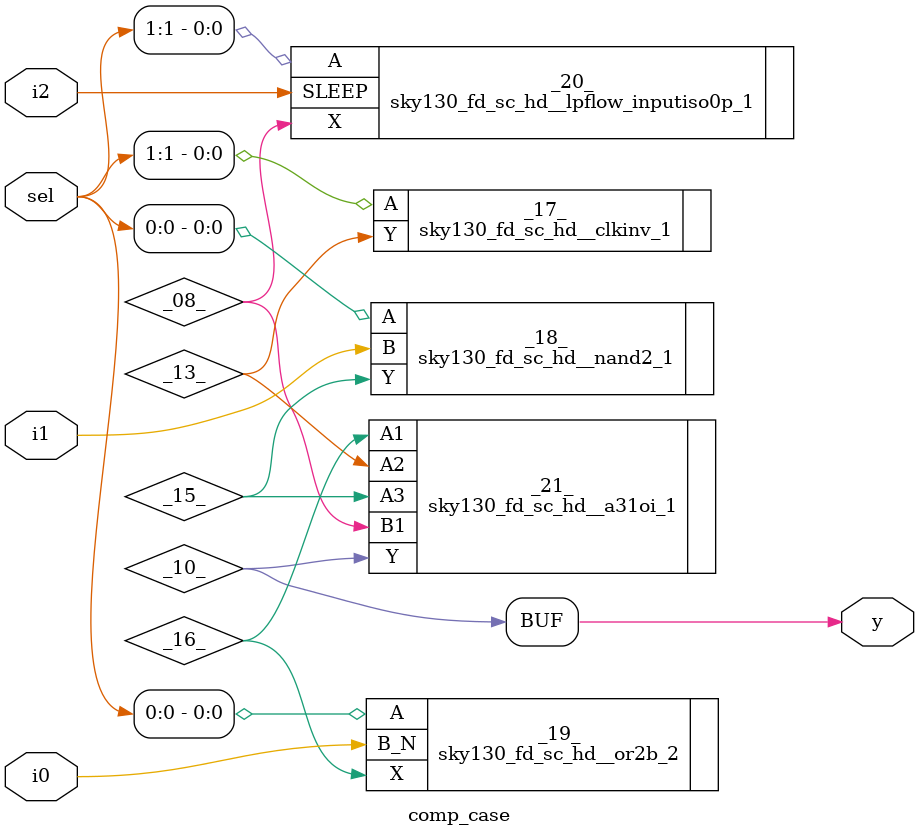
<source format=v>
/* Generated by Yosys 0.7 (git sha1 61f6811, gcc 6.2.0-11ubuntu1 -O2 -fdebug-prefix-map=/build/yosys-OIL3SR/yosys-0.7=. -fstack-protector-strong -fPIC -Os) */

module comp_case(i0, i1, i2, sel, y);
  wire _00_;
  wire _01_;
  wire _02_;
  wire _03_;
  wire _04_;
  wire _05_;
  wire _06_;
  wire _07_;
  wire _08_;
  wire _09_;
  wire _10_;
  wire _11_;
  wire _12_;
  wire _13_;
  wire _14_;
  wire _15_;
  wire _16_;
  input i0;
  input i1;
  input i2;
  input [1:0] sel;
  output y;
  sky130_fd_sc_hd__clkinv_1 _17_ (
    .A(_11_),
    .Y(_13_)
  );
  sky130_fd_sc_hd__nand2_1 _18_ (
    .A(_07_),
    .B(_14_),
    .Y(_15_)
  );
  sky130_fd_sc_hd__or2b_2 _19_ (
    .A(_07_),
    .B_N(_12_),
    .X(_16_)
  );
  sky130_fd_sc_hd__lpflow_inputiso0p_1 _20_ (
    .A(_11_),
    .SLEEP(_09_),
    .X(_08_)
  );
  sky130_fd_sc_hd__a31oi_1 _21_ (
    .A1(_16_),
    .A2(_13_),
    .A3(_15_),
    .B1(_08_),
    .Y(_10_)
  );
  assign _07_ = sel[0];
  assign _11_ = sel[1];
  assign _12_ = i0;
  assign _14_ = i1;
  assign _09_ = i2;
  assign y = _10_;
endmodule

</source>
